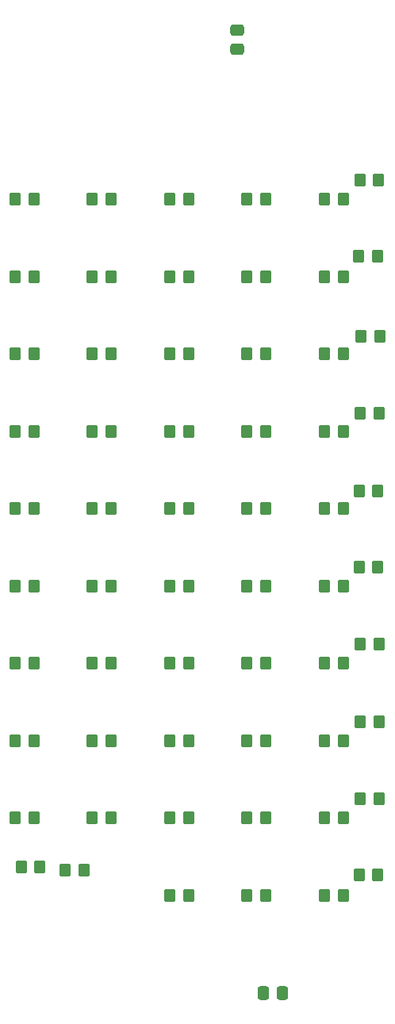
<source format=gbp>
G04 #@! TF.GenerationSoftware,KiCad,Pcbnew,7.0.5*
G04 #@! TF.CreationDate,2023-09-06T13:43:01-04:00*
G04 #@! TF.ProjectId,INS-1 Matrix_DRC,494e532d-3120-44d6-9174-7269785f4452,rev?*
G04 #@! TF.SameCoordinates,Original*
G04 #@! TF.FileFunction,Paste,Bot*
G04 #@! TF.FilePolarity,Positive*
%FSLAX46Y46*%
G04 Gerber Fmt 4.6, Leading zero omitted, Abs format (unit mm)*
G04 Created by KiCad (PCBNEW 7.0.5) date 2023-09-06 13:43:01*
%MOMM*%
%LPD*%
G01*
G04 APERTURE LIST*
G04 Aperture macros list*
%AMRoundRect*
0 Rectangle with rounded corners*
0 $1 Rounding radius*
0 $2 $3 $4 $5 $6 $7 $8 $9 X,Y pos of 4 corners*
0 Add a 4 corners polygon primitive as box body*
4,1,4,$2,$3,$4,$5,$6,$7,$8,$9,$2,$3,0*
0 Add four circle primitives for the rounded corners*
1,1,$1+$1,$2,$3*
1,1,$1+$1,$4,$5*
1,1,$1+$1,$6,$7*
1,1,$1+$1,$8,$9*
0 Add four rect primitives between the rounded corners*
20,1,$1+$1,$2,$3,$4,$5,0*
20,1,$1+$1,$4,$5,$6,$7,0*
20,1,$1+$1,$6,$7,$8,$9,0*
20,1,$1+$1,$8,$9,$2,$3,0*%
G04 Aperture macros list end*
%ADD10RoundRect,0.250000X-0.350000X-0.450000X0.350000X-0.450000X0.350000X0.450000X-0.350000X0.450000X0*%
%ADD11RoundRect,0.250000X0.350000X0.450000X-0.350000X0.450000X-0.350000X-0.450000X0.350000X-0.450000X0*%
%ADD12RoundRect,0.250000X0.337500X0.475000X-0.337500X0.475000X-0.337500X-0.475000X0.337500X-0.475000X0*%
%ADD13RoundRect,0.250000X-0.475000X0.337500X-0.475000X-0.337500X0.475000X-0.337500X0.475000X0.337500X0*%
G04 APERTURE END LIST*
D10*
X56134000Y-94615000D03*
X58134000Y-94615000D03*
D11*
X94853000Y-100838000D03*
X92853000Y-100838000D03*
D10*
X89154000Y-127635000D03*
X91154000Y-127635000D03*
X64389000Y-69850000D03*
X66389000Y-69850000D03*
X72644000Y-69850000D03*
X74644000Y-69850000D03*
X89154000Y-111125000D03*
X91154000Y-111125000D03*
X64389000Y-78105000D03*
X66389000Y-78105000D03*
X56134000Y-127635000D03*
X58134000Y-127635000D03*
X64389000Y-127635000D03*
X66389000Y-127635000D03*
D11*
X94980000Y-109093000D03*
X92980000Y-109093000D03*
D12*
X84709000Y-146304000D03*
X82634000Y-146304000D03*
D10*
X56134000Y-78105000D03*
X58134000Y-78105000D03*
X56134000Y-69850000D03*
X58134000Y-69850000D03*
D11*
X94854000Y-92705000D03*
X92854000Y-92705000D03*
D10*
X72644000Y-135890000D03*
X74644000Y-135890000D03*
D11*
X63500000Y-133223000D03*
X61500000Y-133223000D03*
D10*
X80899000Y-135890000D03*
X82899000Y-135890000D03*
X56134000Y-86360000D03*
X58134000Y-86360000D03*
D11*
X94949000Y-59558000D03*
X92949000Y-59558000D03*
D10*
X80899000Y-94615000D03*
X82899000Y-94615000D03*
X89154000Y-102870000D03*
X91154000Y-102870000D03*
D11*
X94996000Y-125603000D03*
X92996000Y-125603000D03*
X95076000Y-76195000D03*
X93076000Y-76195000D03*
D10*
X64389000Y-111125000D03*
X66389000Y-111125000D03*
X80899000Y-102870000D03*
X82899000Y-102870000D03*
X64389000Y-119380000D03*
X66389000Y-119380000D03*
X80899000Y-61595000D03*
X82899000Y-61595000D03*
X64389000Y-86360000D03*
X66389000Y-86360000D03*
X80899000Y-111125000D03*
X82899000Y-111125000D03*
X80899000Y-127635000D03*
X82899000Y-127635000D03*
X89154000Y-86360000D03*
X91154000Y-86360000D03*
D11*
X94853000Y-133731000D03*
X92853000Y-133731000D03*
D10*
X64389000Y-61595000D03*
X66389000Y-61595000D03*
X72644000Y-111125000D03*
X74644000Y-111125000D03*
D11*
X94965000Y-84450000D03*
X92965000Y-84450000D03*
D10*
X80899000Y-119380000D03*
X82899000Y-119380000D03*
X72644000Y-61595000D03*
X74644000Y-61595000D03*
D11*
X94838000Y-67686000D03*
X92838000Y-67686000D03*
D10*
X89154000Y-135890000D03*
X91154000Y-135890000D03*
X72644000Y-127635000D03*
X74644000Y-127635000D03*
X89154000Y-94615000D03*
X91154000Y-94615000D03*
D11*
X94980000Y-117348000D03*
X92980000Y-117348000D03*
D10*
X56134000Y-102870000D03*
X58134000Y-102870000D03*
X72644000Y-94615000D03*
X74644000Y-94615000D03*
X80899000Y-78105000D03*
X82899000Y-78105000D03*
X64389000Y-102870000D03*
X66389000Y-102870000D03*
X72644000Y-86360000D03*
X74644000Y-86360000D03*
X80899000Y-86360000D03*
X82899000Y-86360000D03*
X56785000Y-132842000D03*
X58785000Y-132842000D03*
X64389000Y-94615000D03*
X66389000Y-94615000D03*
X89154000Y-119380000D03*
X91154000Y-119380000D03*
X72644000Y-102870000D03*
X74644000Y-102870000D03*
X56134000Y-119380000D03*
X58134000Y-119380000D03*
X89154000Y-69850000D03*
X91154000Y-69850000D03*
X89154000Y-78105000D03*
X91154000Y-78105000D03*
X56134000Y-111125000D03*
X58134000Y-111125000D03*
D13*
X79883000Y-43539500D03*
X79883000Y-45614500D03*
D10*
X56134000Y-61595000D03*
X58134000Y-61595000D03*
X80899000Y-69850000D03*
X82899000Y-69850000D03*
X72644000Y-119380000D03*
X74644000Y-119380000D03*
X72644000Y-78105000D03*
X74644000Y-78105000D03*
X89154000Y-61595000D03*
X91154000Y-61595000D03*
M02*

</source>
